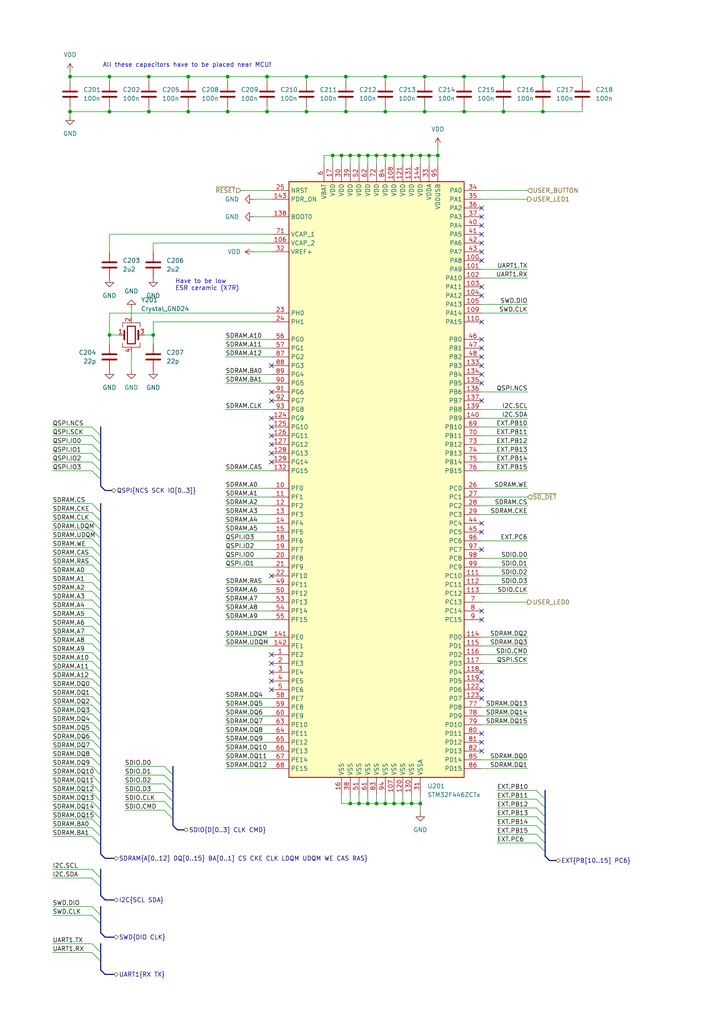
<source format=kicad_sch>
(kicad_sch (version 20211123) (generator eeschema)
  (paper "A4" portrait)
  (title_block (title "STLinux") (date "2022-11-10") (rev "1"))
  (lib_symbols
    (symbol "Device:C" (pin_numbers hide) (pin_names (offset 0.254))
      (property "Reference" "C" (at 0.635 2.54 0))
      (property "Value" "C" (at 0.635 -2.54 0))
      (symbol "C_0_1"
        (polyline (pts (xy -2.032 -0.762) (xy 2.032 -0.762)) (stroke (width 0.508)))
        (polyline (pts (xy -2.032 0.762) (xy 2.032 0.762)) (stroke (width 0.508)))
      )
      (symbol "C_1_1"
        (pin passive line (at 0 3.81 270) (length 2.794) (name "~") (number "1"))
        (pin passive line (at 0 -3.81 90) (length 2.794) (name "~") (number "2"))
      )
    )
    (symbol "Device:Crystal_GND24" (pin_names (offset 1.016) hide)
      (property "Reference" "Y" (at 3.175 5.08 0))
      (property "Value" "Crystal_GND24" (at 3.175 3.175 0))
      (symbol "Crystal_GND24_0_1"
        (rectangle (start -1.143 2.54) (end 1.143 -2.54) (stroke (width 0.3048)))
        (polyline (pts (xy -2.54 0) (xy -2.032 0)))
        (polyline (pts (xy -2.032 -1.27) (xy -2.032 1.27)) (stroke (width 0.508)))
        (polyline (pts (xy 0 -3.81) (xy 0 -3.556)))
        (polyline (pts (xy 0 3.556) (xy 0 3.81)))
        (polyline (pts (xy 2.032 -1.27) (xy 2.032 1.27)) (stroke (width 0.508)))
        (polyline (pts (xy 2.032 0) (xy 2.54 0)))
        (polyline (pts (xy -2.54 -2.286) (xy -2.54 -3.556) (xy 2.54 -3.556) (xy 2.54 -2.286)))
        (polyline (pts (xy -2.54 2.286) (xy -2.54 3.556) (xy 2.54 3.556) (xy 2.54 2.286)))
      )
      (symbol "Crystal_GND24_1_1"
        (pin passive line (at -3.81 0 0) (length 1.27) (name "1") (number "1"))
        (pin passive line (at 0 5.08 270) (length 1.27) (name "2") (number "2"))
        (pin passive line (at 3.81 0 180) (length 1.27) (name "3") (number "3"))
        (pin passive line (at 0 -5.08 90) (length 1.27) (name "4") (number "4"))
      )
    )
    (symbol "MCU_ST_STM32F4:STM32F446ZCTx"
      (property "Reference" "U" (at -25.4 87.63 0))
      (property "Value" "STM32F446ZCTx" (at 20.32 87.63 0))
      (symbol "STM32F446ZCTx_0_1"
        (rectangle (start -25.4 -86.36) (end 25.4 86.36) (stroke (width 0.254)) (fill (type background)))
      )
      (symbol "STM32F446ZCTx_1_1"
        (pin bidirectional line (at -30.48 -50.8 0) (length 5.08) (name "PE2") (number "1"))
        (pin bidirectional line (at -30.48 -2.54 0) (length 5.08) (name "PF0") (number "10"))
        (pin bidirectional line (at 30.48 63.5 180) (length 5.08) (name "PA8") (number "100"))
        (pin bidirectional line (at 30.48 60.96 180) (length 5.08) (name "PA9") (number "101"))
        (pin bidirectional line (at 30.48 58.42 180) (length 5.08) (name "PA10") (number "102"))
        (pin bidirectional line (at 30.48 55.88 180) (length 5.08) (name "PA11") (number "103"))
        (pin bidirectional line (at 30.48 53.34 180) (length 5.08) (name "PA12") (number "104"))
        (pin bidirectional line (at 30.48 50.8 180) (length 5.08) (name "PA13") (number "105"))
        (pin power_in line (at -30.48 68.58 0) (length 5.08) (name "VCAP_2") (number "106"))
        (pin power_in line (at 5.08 -91.44 90) (length 5.08) (name "VSS") (number "107"))
        (pin power_in line (at 5.08 91.44 270) (length 5.08) (name "VDD") (number "108"))
        (pin bidirectional line (at 30.48 48.26 180) (length 5.08) (name "PA14") (number "109"))
        (pin bidirectional line (at -30.48 -5.08 0) (length 5.08) (name "PF1") (number "11"))
        (pin bidirectional line (at 30.48 45.72 180) (length 5.08) (name "PA15") (number "110"))
        (pin bidirectional line (at 30.48 -27.94 180) (length 5.08) (name "PC10") (number "111"))
        (pin bidirectional line (at 30.48 -30.48 180) (length 5.08) (name "PC11") (number "112"))
        (pin bidirectional line (at 30.48 -33.02 180) (length 5.08) (name "PC12") (number "113"))
        (pin bidirectional line (at 30.48 -45.72 180) (length 5.08) (name "PD0") (number "114"))
        (pin bidirectional line (at 30.48 -48.26 180) (length 5.08) (name "PD1") (number "115"))
        (pin bidirectional line (at 30.48 -50.8 180) (length 5.08) (name "PD2") (number "116"))
        (pin bidirectional line (at 30.48 -53.34 180) (length 5.08) (name "PD3") (number "117"))
        (pin bidirectional line (at 30.48 -55.88 180) (length 5.08) (name "PD4") (number "118"))
        (pin bidirectional line (at 30.48 -58.42 180) (length 5.08) (name "PD5") (number "119"))
        (pin bidirectional line (at -30.48 -7.62 0) (length 5.08) (name "PF2") (number "12"))
        (pin power_in line (at 7.62 -91.44 90) (length 5.08) (name "VSS") (number "120"))
        (pin power_in line (at 7.62 91.44 270) (length 5.08) (name "VDD") (number "121"))
        (pin bidirectional line (at 30.48 -60.96 180) (length 5.08) (name "PD6") (number "122"))
        (pin bidirectional line (at 30.48 -63.5 180) (length 5.08) (name "PD7") (number "123"))
        (pin bidirectional line (at -30.48 17.78 0) (length 5.08) (name "PG9") (number "124"))
        (pin bidirectional line (at -30.48 15.24 0) (length 5.08) (name "PG10") (number "125"))
        (pin bidirectional line (at -30.48 12.7 0) (length 5.08) (name "PG11") (number "126"))
        (pin bidirectional line (at -30.48 10.16 0) (length 5.08) (name "PG12") (number "127"))
        (pin bidirectional line (at -30.48 7.62 0) (length 5.08) (name "PG13") (number "128"))
        (pin bidirectional line (at -30.48 5.08 0) (length 5.08) (name "PG14") (number "129"))
        (pin bidirectional line (at -30.48 -10.16 0) (length 5.08) (name "PF3") (number "13"))
        (pin power_in line (at 10.16 -91.44 90) (length 5.08) (name "VSS") (number "130"))
        (pin power_in line (at 10.16 91.44 270) (length 5.08) (name "VDD") (number "131"))
        (pin bidirectional line (at -30.48 2.54 0) (length 5.08) (name "PG15") (number "132"))
        (pin bidirectional line (at 30.48 33.02 180) (length 5.08) (name "PB3") (number "133"))
        (pin bidirectional line (at 30.48 30.48 180) (length 5.08) (name "PB4") (number "134"))
        (pin bidirectional line (at 30.48 27.94 180) (length 5.08) (name "PB5") (number "135"))
        (pin bidirectional line (at 30.48 25.4 180) (length 5.08) (name "PB6") (number "136"))
        (pin bidirectional line (at 30.48 22.86 180) (length 5.08) (name "PB7") (number "137"))
        (pin input line (at -30.48 76.2 0) (length 5.08) (name "BOOT0") (number "138"))
        (pin bidirectional line (at 30.48 20.32 180) (length 5.08) (name "PB8") (number "139"))
        (pin bidirectional line (at -30.48 -12.7 0) (length 5.08) (name "PF4") (number "14"))
        (pin bidirectional line (at 30.48 17.78 180) (length 5.08) (name "PB9") (number "140"))
        (pin bidirectional line (at -30.48 -45.72 0) (length 5.08) (name "PE0") (number "141"))
        (pin bidirectional line (at -30.48 -48.26 0) (length 5.08) (name "PE1") (number "142"))
        (pin input line (at -30.48 81.28 0) (length 5.08) (name "PDR_ON") (number "143"))
        (pin power_in line (at 12.7 91.44 270) (length 5.08) (name "VDD") (number "144"))
        (pin bidirectional line (at -30.48 -15.24 0) (length 5.08) (name "PF5") (number "15"))
        (pin power_in line (at -10.16 -91.44 90) (length 5.08) (name "VSS") (number "16"))
        (pin power_in line (at -12.7 91.44 270) (length 5.08) (name "VDD") (number "17"))
        (pin bidirectional line (at -30.48 -17.78 0) (length 5.08) (name "PF6") (number "18"))
        (pin bidirectional line (at -30.48 -20.32 0) (length 5.08) (name "PF7") (number "19"))
        (pin bidirectional line (at -30.48 -53.34 0) (length 5.08) (name "PE3") (number "2"))
        (pin bidirectional line (at -30.48 -22.86 0) (length 5.08) (name "PF8") (number "20"))
        (pin bidirectional line (at -30.48 -25.4 0) (length 5.08) (name "PF9") (number "21"))
        (pin bidirectional line (at -30.48 -27.94 0) (length 5.08) (name "PF10") (number "22"))
        (pin input line (at -30.48 48.26 0) (length 5.08) (name "PH0") (number "23"))
        (pin input line (at -30.48 45.72 0) (length 5.08) (name "PH1") (number "24"))
        (pin input line (at -30.48 83.82 0) (length 5.08) (name "NRST") (number "25"))
        (pin bidirectional line (at 30.48 -2.54 180) (length 5.08) (name "PC0") (number "26"))
        (pin bidirectional line (at 30.48 -5.08 180) (length 5.08) (name "PC1") (number "27"))
        (pin bidirectional line (at 30.48 -7.62 180) (length 5.08) (name "PC2") (number "28"))
        (pin bidirectional line (at 30.48 -10.16 180) (length 5.08) (name "PC3") (number "29"))
        (pin bidirectional line (at -30.48 -55.88 0) (length 5.08) (name "PE4") (number "3"))
        (pin power_in line (at -10.16 91.44 270) (length 5.08) (name "VDD") (number "30"))
        (pin power_in line (at 12.7 -91.44 90) (length 5.08) (name "VSSA") (number "31"))
        (pin power_in line (at -30.48 66.04 0) (length 5.08) (name "VREF+") (number "32"))
        (pin power_in line (at 15.24 91.44 270) (length 5.08) (name "VDDA") (number "33"))
        (pin bidirectional line (at 30.48 83.82 180) (length 5.08) (name "PA0") (number "34"))
        (pin bidirectional line (at 30.48 81.28 180) (length 5.08) (name "PA1") (number "35"))
        (pin bidirectional line (at 30.48 78.74 180) (length 5.08) (name "PA2") (number "36"))
        (pin bidirectional line (at 30.48 76.2 180) (length 5.08) (name "PA3") (number "37"))
        (pin power_in line (at -7.62 -91.44 90) (length 5.08) (name "VSS") (number "38"))
        (pin power_in line (at -7.62 91.44 270) (length 5.08) (name "VDD") (number "39"))
        (pin bidirectional line (at -30.48 -58.42 0) (length 5.08) (name "PE5") (number "4"))
        (pin bidirectional line (at 30.48 73.66 180) (length 5.08) (name "PA4") (number "40"))
        (pin bidirectional line (at 30.48 71.12 180) (length 5.08) (name "PA5") (number "41"))
        (pin bidirectional line (at 30.48 68.58 180) (length 5.08) (name "PA6") (number "42"))
        (pin bidirectional line (at 30.48 66.04 180) (length 5.08) (name "PA7") (number "43"))
        (pin bidirectional line (at 30.48 -12.7 180) (length 5.08) (name "PC4") (number "44"))
        (pin bidirectional line (at 30.48 -15.24 180) (length 5.08) (name "PC5") (number "45"))
        (pin bidirectional line (at 30.48 40.64 180) (length 5.08) (name "PB0") (number "46"))
        (pin bidirectional line (at 30.48 38.1 180) (length 5.08) (name "PB1") (number "47"))
        (pin bidirectional line (at 30.48 35.56 180) (length 5.08) (name "PB2") (number "48"))
        (pin bidirectional line (at -30.48 -30.48 0) (length 5.08) (name "PF11") (number "49"))
        (pin bidirectional line (at -30.48 -60.96 0) (length 5.08) (name "PE6") (number "5"))
        (pin bidirectional line (at -30.48 -33.02 0) (length 5.08) (name "PF12") (number "50"))
        (pin power_in line (at -5.08 -91.44 90) (length 5.08) (name "VSS") (number "51"))
        (pin power_in line (at -5.08 91.44 270) (length 5.08) (name "VDD") (number "52"))
        (pin bidirectional line (at -30.48 -35.56 0) (length 5.08) (name "PF13") (number "53"))
        (pin bidirectional line (at -30.48 -38.1 0) (length 5.08) (name "PF14") (number "54"))
        (pin bidirectional line (at -30.48 -40.64 0) (length 5.08) (name "PF15") (number "55"))
        (pin bidirectional line (at -30.48 40.64 0) (length 5.08) (name "PG0") (number "56"))
        (pin bidirectional line (at -30.48 38.1 0) (length 5.08) (name "PG1") (number "57"))
        (pin bidirectional line (at -30.48 -63.5 0) (length 5.08) (name "PE7") (number "58"))
        (pin bidirectional line (at -30.48 -66.04 0) (length 5.08) (name "PE8") (number "59"))
        (pin power_in line (at -15.24 91.44 270) (length 5.08) (name "VBAT") (number "6"))
        (pin bidirectional line (at -30.48 -68.58 0) (length 5.08) (name "PE9") (number "60"))
        (pin power_in line (at -2.54 -91.44 90) (length 5.08) (name "VSS") (number "61"))
        (pin power_in line (at -2.54 91.44 270) (length 5.08) (name "VDD") (number "62"))
        (pin bidirectional line (at -30.48 -71.12 0) (length 5.08) (name "PE10") (number "63"))
        (pin bidirectional line (at -30.48 -73.66 0) (length 5.08) (name "PE11") (number "64"))
        (pin bidirectional line (at -30.48 -76.2 0) (length 5.08) (name "PE12") (number "65"))
        (pin bidirectional line (at -30.48 -78.74 0) (length 5.08) (name "PE13") (number "66"))
        (pin bidirectional line (at -30.48 -81.28 0) (length 5.08) (name "PE14") (number "67"))
        (pin bidirectional line (at -30.48 -83.82 0) (length 5.08) (name "PE15") (number "68"))
        (pin bidirectional line (at 30.48 15.24 180) (length 5.08) (name "PB10") (number "69"))
        (pin bidirectional line (at 30.48 -35.56 180) (length 5.08) (name "PC13") (number "7"))
        (pin bidirectional line (at 30.48 12.7 180) (length 5.08) (name "PB11") (number "70"))
        (pin power_in line (at -30.48 71.12 0) (length 5.08) (name "VCAP_1") (number "71"))
        (pin power_in line (at 0 91.44 270) (length 5.08) (name "VDD") (number "72"))
        (pin bidirectional line (at 30.48 10.16 180) (length 5.08) (name "PB12") (number "73"))
        (pin bidirectional line (at 30.48 7.62 180) (length 5.08) (name "PB13") (number "74"))
        (pin bidirectional line (at 30.48 5.08 180) (length 5.08) (name "PB14") (number "75"))
        (pin bidirectional line (at 30.48 2.54 180) (length 5.08) (name "PB15") (number "76"))
        (pin bidirectional line (at 30.48 -66.04 180) (length 5.08) (name "PD8") (number "77"))
        (pin bidirectional line (at 30.48 -68.58 180) (length 5.08) (name "PD9") (number "78"))
        (pin bidirectional line (at 30.48 -71.12 180) (length 5.08) (name "PD10") (number "79"))
        (pin bidirectional line (at 30.48 -38.1 180) (length 5.08) (name "PC14") (number "8"))
        (pin bidirectional line (at 30.48 -73.66 180) (length 5.08) (name "PD11") (number "80"))
        (pin bidirectional line (at 30.48 -76.2 180) (length 5.08) (name "PD12") (number "81"))
        (pin bidirectional line (at 30.48 -78.74 180) (length 5.08) (name "PD13") (number "82"))
        (pin power_in line (at 0 -91.44 90) (length 5.08) (name "VSS") (number "83"))
        (pin power_in line (at 2.54 91.44 270) (length 5.08) (name "VDD") (number "84"))
        (pin bidirectional line (at 30.48 -81.28 180) (length 5.08) (name "PD14") (number "85"))
        (pin bidirectional line (at 30.48 -83.82 180) (length 5.08) (name "PD15") (number "86"))
        (pin bidirectional line (at -30.48 35.56 0) (length 5.08) (name "PG2") (number "87"))
        (pin bidirectional line (at -30.48 33.02 0) (length 5.08) (name "PG3") (number "88"))
        (pin bidirectional line (at -30.48 30.48 0) (length 5.08) (name "PG4") (number "89"))
        (pin bidirectional line (at 30.48 -40.64 180) (length 5.08) (name "PC15") (number "9"))
        (pin bidirectional line (at -30.48 27.94 0) (length 5.08) (name "PG5") (number "90"))
        (pin bidirectional line (at -30.48 25.4 0) (length 5.08) (name "PG6") (number "91"))
        (pin bidirectional line (at -30.48 22.86 0) (length 5.08) (name "PG7") (number "92"))
        (pin bidirectional line (at -30.48 20.32 0) (length 5.08) (name "PG8") (number "93"))
        (pin power_in line (at 2.54 -91.44 90) (length 5.08) (name "VSS") (number "94"))
        (pin power_in line (at 17.78 91.44 270) (length 5.08) (name "VDDUSB") (number "95"))
        (pin bidirectional line (at 30.48 -17.78 180) (length 5.08) (name "PC6") (number "96"))
        (pin bidirectional line (at 30.48 -20.32 180) (length 5.08) (name "PC7") (number "97"))
        (pin bidirectional line (at 30.48 -22.86 180) (length 5.08) (name "PC8") (number "98"))
        (pin bidirectional line (at 30.48 -25.4 180) (length 5.08) (name "PC9") (number "99"))
      )
    )
    (symbol "power:GND" (power) (pin_names (offset 0))
      (property "Value" "GND" (at 0 -3.81 0))
      (symbol "GND_0_1"
        (polyline (pts (xy 0 0) (xy 0 -1.27) (xy 1.27 -1.27) (xy 0 -2.54) (xy -1.27 -1.27) (xy 0 -1.27)))
      )
      (symbol "GND_1_1"
        (pin power_in line (at 0 0 270) (length 0) hide (name "GND") (number "1"))
      )
    )
    (symbol "power:VDD" (power) (pin_names (offset 0))
      (property "Value" "VDD" (at 0 3.81 0))
      (symbol "VDD_0_1"
        (polyline (pts (xy -0.762 1.27) (xy 0 2.54)))
        (polyline (pts (xy 0 0) (xy 0 2.54)))
        (polyline (pts (xy 0 2.54) (xy 0.762 1.27)))
      )
      (symbol "VDD_1_1"
        (pin power_in line (at 0 0 90) (length 0) hide (name "VDD") (number "1"))
      )
    )
  )
  (junction (at 111.76 233.045))
  (junction (at 119.38 233.045))
  (junction (at 54.61 22.225))
  (junction (at 31.75 32.385))
  (junction (at 101.6 45.085))
  (junction (at 77.47 22.225))
  (junction (at 111.76 22.225))
  (junction (at 157.48 22.225))
  (junction (at 66.04 32.385))
  (junction (at 99.06 45.085))
  (junction (at 101.6 233.045))
  (junction (at 123.19 32.385))
  (junction (at 96.52 45.085))
  (junction (at 20.32 22.225))
  (junction (at 66.04 22.225))
  (junction (at 31.75 97.155))
  (junction (at 134.62 22.225))
  (junction (at 43.18 32.385))
  (junction (at 106.68 233.045))
  (junction (at 157.48 32.385))
  (junction (at 77.47 32.385))
  (junction (at 100.33 32.385))
  (junction (at 88.9 32.385))
  (junction (at 104.14 233.045))
  (junction (at 43.18 22.225))
  (junction (at 146.05 32.385))
  (junction (at 109.22 233.045))
  (junction (at 116.84 233.045))
  (junction (at 121.92 45.085))
  (junction (at 104.14 45.085))
  (junction (at 127 45.085))
  (junction (at 146.05 22.225))
  (junction (at 44.45 97.155))
  (junction (at 109.22 45.085))
  (junction (at 88.9 22.225))
  (junction (at 54.61 32.385))
  (junction (at 20.32 32.385))
  (junction (at 123.19 22.225))
  (junction (at 114.3 233.045))
  (junction (at 111.76 32.385))
  (junction (at 106.68 45.085))
  (junction (at 124.46 45.085))
  (junction (at 121.92 233.045))
  (junction (at 100.33 22.225))
  (junction (at 114.3 45.085))
  (junction (at 116.84 45.085))
  (junction (at 134.62 32.385))
  (junction (at 119.38 45.085))
  (junction (at 111.76 45.085))
  (junction (at 31.75 22.225))
  (no_connect (at 78.74 123.825))
  (no_connect (at 78.74 133.985))
  (no_connect (at 78.74 189.865))
  (no_connect (at 139.7 103.505))
  (no_connect (at 139.7 65.405))
  (no_connect (at 139.7 179.705))
  (no_connect (at 139.7 62.865))
  (no_connect (at 139.7 67.945))
  (no_connect (at 139.7 116.205))
  (no_connect (at 139.7 85.725))
  (no_connect (at 139.7 106.045))
  (no_connect (at 78.74 113.665))
  (no_connect (at 78.74 128.905))
  (no_connect (at 139.7 108.585))
  (no_connect (at 78.74 121.285))
  (no_connect (at 139.7 83.185))
  (no_connect (at 139.7 100.965))
  (no_connect (at 139.7 75.565))
  (no_connect (at 78.74 116.205))
  (no_connect (at 139.7 200.025))
  (no_connect (at 139.7 217.805))
  (no_connect (at 78.74 194.945))
  (no_connect (at 139.7 98.425))
  (no_connect (at 139.7 111.125))
  (no_connect (at 78.74 126.365))
  (no_connect (at 78.74 192.405))
  (no_connect (at 139.7 151.765))
  (no_connect (at 139.7 93.345))
  (no_connect (at 139.7 177.165))
  (no_connect (at 78.74 197.485))
  (no_connect (at 139.7 159.385))
  (no_connect (at 139.7 70.485))
  (no_connect (at 78.74 106.045))
  (no_connect (at 139.7 202.565))
  (no_connect (at 78.74 200.025))
  (no_connect (at 139.7 194.945))
  (no_connect (at 139.7 215.265))
  (no_connect (at 139.7 73.025))
  (no_connect (at 78.74 131.445))
  (no_connect (at 139.7 197.485))
  (no_connect (at 139.7 154.305))
  (no_connect (at 139.7 60.325))
  (no_connect (at 139.7 212.725))
  (no_connect (at 78.74 167.005))
  (bus_entry (at 26.67 191.77) (size 2.54 2.54))
  (bus_entry (at 26.67 227.33) (size 2.54 2.54))
  (bus_entry (at 155.575 236.855) (size 2.54 2.54))
  (bus_entry (at 26.67 222.25) (size 2.54 2.54))
  (bus_entry (at 26.67 217.17) (size 2.54 2.54))
  (bus_entry (at 26.67 181.61) (size 2.54 2.54))
  (bus_entry (at 26.67 229.87) (size 2.54 2.54))
  (bus_entry (at 155.575 241.935) (size 2.54 2.54))
  (bus_entry (at 26.67 168.91) (size 2.54 2.54))
  (bus_entry (at 155.575 244.475) (size 2.54 2.54))
  (bus_entry (at 26.67 194.31) (size 2.54 2.54))
  (bus_entry (at 26.67 232.41) (size 2.54 2.54))
  (bus_entry (at 26.67 242.57) (size 2.54 2.54))
  (bus_entry (at 26.67 254.635) (size 2.54 2.54))
  (bus_entry (at 26.67 204.47) (size 2.54 2.54))
  (bus_entry (at 26.67 224.79) (size 2.54 2.54))
  (bus_entry (at 155.575 229.235) (size 2.54 2.54))
  (bus_entry (at 26.67 176.53) (size 2.54 2.54))
  (bus_entry (at 26.67 163.83) (size 2.54 2.54))
  (bus_entry (at 26.67 252.095) (size 2.54 2.54))
  (bus_entry (at 26.67 173.99) (size 2.54 2.54))
  (bus_entry (at 26.67 184.15) (size 2.54 2.54))
  (bus_entry (at 26.67 161.29) (size 2.54 2.54))
  (bus_entry (at 47.625 227.33) (size 2.54 2.54))
  (bus_entry (at 26.67 209.55) (size 2.54 2.54))
  (bus_entry (at 155.575 231.775) (size 2.54 2.54))
  (bus_entry (at 26.67 153.67) (size 2.54 2.54))
  (bus_entry (at 26.67 276.225) (size 2.54 2.54))
  (bus_entry (at 26.67 219.71) (size 2.54 2.54))
  (bus_entry (at 26.67 240.03) (size 2.54 2.54))
  (bus_entry (at 26.67 201.93) (size 2.54 2.54))
  (bus_entry (at 47.625 224.79) (size 2.54 2.54))
  (bus_entry (at 47.625 234.95) (size 2.54 2.54))
  (bus_entry (at 155.575 239.395) (size 2.54 2.54))
  (bus_entry (at 26.67 196.85) (size 2.54 2.54))
  (bus_entry (at 26.67 158.75) (size 2.54 2.54))
  (bus_entry (at 155.575 234.315) (size 2.54 2.54))
  (bus_entry (at 26.67 133.985) (size 2.54 2.54))
  (bus_entry (at 26.67 179.07) (size 2.54 2.54))
  (bus_entry (at 26.67 151.13) (size 2.54 2.54))
  (bus_entry (at 26.67 166.37) (size 2.54 2.54))
  (bus_entry (at 26.67 146.05) (size 2.54 2.54))
  (bus_entry (at 26.67 148.59) (size 2.54 2.54))
  (bus_entry (at 29.21 126.365) (size -2.54 -2.54))
  (bus_entry (at 26.67 156.21) (size 2.54 2.54))
  (bus_entry (at 47.625 222.25) (size 2.54 2.54))
  (bus_entry (at 26.67 207.01) (size 2.54 2.54))
  (bus_entry (at 26.67 199.39) (size 2.54 2.54))
  (bus_entry (at 26.67 136.525) (size 2.54 2.54))
  (bus_entry (at 26.67 265.43) (size 2.54 2.54))
  (bus_entry (at 26.67 214.63) (size 2.54 2.54))
  (bus_entry (at 26.67 262.89) (size 2.54 2.54))
  (bus_entry (at 26.67 186.69) (size 2.54 2.54))
  (bus_entry (at 47.625 232.41) (size 2.54 2.54))
  (bus_entry (at 26.67 273.685) (size 2.54 2.54))
  (bus_entry (at 26.67 237.49) (size 2.54 2.54))
  (bus_entry (at 29.21 128.905) (size -2.54 -2.54))
  (bus_entry (at 26.67 128.905) (size 2.54 2.54))
  (bus_entry (at 26.67 131.445) (size 2.54 2.54))
  (bus_entry (at 26.67 171.45) (size 2.54 2.54))
  (bus_entry (at 26.67 234.95) (size 2.54 2.54))
  (bus_entry (at 26.67 212.09) (size 2.54 2.54))
  (bus_entry (at 26.67 189.23) (size 2.54 2.54))
  (bus_entry (at 47.625 229.87) (size 2.54 2.54))
  (wire (pts (xy 139.7 169.545) (xy 153.035 169.545)))
  (wire (pts (xy 15.24 227.33) (xy 26.67 227.33)))
  (wire (pts (xy 15.24 191.77) (xy 26.67 191.77)))
  (bus (pts (xy 30.48 282.575) (xy 33.02 282.575)))
  (wire (pts (xy 139.7 55.245) (xy 153.035 55.245)))
  (wire (pts (xy 111.76 230.505) (xy 111.76 233.045)))
  (wire (pts (xy 65.405 212.725) (xy 78.74 212.725)))
  (wire (pts (xy 15.24 234.95) (xy 26.67 234.95)))
  (wire (pts (xy 123.19 22.225) (xy 123.19 23.495)))
  (wire (pts (xy 116.84 230.505) (xy 116.84 233.045)))
  (wire (pts (xy 139.7 187.325) (xy 153.035 187.325)))
  (wire (pts (xy 100.33 22.225) (xy 111.76 22.225)))
  (wire (pts (xy 15.24 212.09) (xy 26.67 212.09)))
  (wire (pts (xy 66.04 32.385) (xy 77.47 32.385)))
  (wire (pts (xy 139.7 131.445) (xy 153.035 131.445)))
  (wire (pts (xy 124.46 45.085) (xy 124.46 47.625)))
  (wire (pts (xy 15.24 262.89) (xy 26.67 262.89)))
  (wire (pts (xy 26.67 153.67) (xy 15.24 153.67)))
  (bus (pts (xy 29.21 153.67) (xy 29.21 156.21)))
  (wire (pts (xy 100.33 32.385) (xy 111.76 32.385)))
  (bus (pts (xy 29.21 191.77) (xy 29.21 194.31)))
  (bus (pts (xy 29.21 176.53) (xy 29.21 179.07)))
  (wire (pts (xy 146.05 31.115) (xy 146.05 32.385)))
  (wire (pts (xy 139.7 88.265) (xy 153.035 88.265)))
  (wire (pts (xy 36.195 234.95) (xy 47.625 234.95)))
  (wire (pts (xy 139.7 128.905) (xy 153.035 128.905)))
  (wire (pts (xy 139.7 156.845) (xy 153.035 156.845)))
  (wire (pts (xy 65.405 202.565) (xy 78.74 202.565)))
  (wire (pts (xy 96.52 45.085) (xy 99.06 45.085)))
  (bus (pts (xy 158.115 236.855) (xy 158.115 239.395)))
  (wire (pts (xy 101.6 230.505) (xy 101.6 233.045)))
  (wire (pts (xy 109.22 45.085) (xy 111.76 45.085)))
  (bus (pts (xy 158.115 248.285) (xy 159.385 249.555)))
  (wire (pts (xy 116.84 45.085) (xy 119.38 45.085)))
  (bus (pts (xy 29.21 234.95) (xy 29.21 237.49)))
  (bus (pts (xy 29.21 245.11) (xy 29.21 247.65)))
  (bus (pts (xy 29.21 207.01) (xy 29.21 209.55)))
  (bus (pts (xy 50.165 229.87) (xy 50.165 232.41)))
  (wire (pts (xy 157.48 32.385) (xy 168.91 32.385)))
  (bus (pts (xy 29.21 199.39) (xy 29.21 201.93)))
  (wire (pts (xy 144.145 239.395) (xy 155.575 239.395)))
  (bus (pts (xy 29.21 227.33) (xy 29.21 229.87)))
  (bus (pts (xy 29.21 270.51) (xy 30.48 271.78)))
  (wire (pts (xy 36.195 232.41) (xy 47.625 232.41)))
  (wire (pts (xy 26.67 156.21) (xy 15.24 156.21)))
  (wire (pts (xy 104.14 45.085) (xy 106.68 45.085)))
  (wire (pts (xy 78.74 67.945) (xy 31.75 67.945)))
  (wire (pts (xy 65.405 184.785) (xy 78.74 184.785)))
  (wire (pts (xy 43.18 22.225) (xy 54.61 22.225)))
  (wire (pts (xy 157.48 22.225) (xy 157.48 23.495)))
  (bus (pts (xy 29.21 254.635) (xy 29.21 257.175)))
  (wire (pts (xy 139.7 167.005) (xy 153.035 167.005)))
  (wire (pts (xy 134.62 32.385) (xy 146.05 32.385)))
  (wire (pts (xy 144.145 244.475) (xy 155.575 244.475)))
  (wire (pts (xy 15.24 136.525) (xy 26.67 136.525)))
  (wire (pts (xy 15.24 146.05) (xy 26.67 146.05)))
  (bus (pts (xy 29.21 171.45) (xy 29.21 173.99)))
  (wire (pts (xy 106.68 45.085) (xy 109.22 45.085)))
  (bus (pts (xy 29.21 139.065) (xy 29.21 140.97)))
  (wire (pts (xy 134.62 31.115) (xy 134.62 32.385)))
  (bus (pts (xy 158.115 247.015) (xy 158.115 248.285)))
  (bus (pts (xy 29.21 186.69) (xy 29.21 189.23)))
  (wire (pts (xy 15.24 176.53) (xy 26.67 176.53)))
  (wire (pts (xy 20.32 31.115) (xy 20.32 32.385)))
  (wire (pts (xy 73.66 73.025) (xy 78.74 73.025)))
  (wire (pts (xy 26.67 151.13) (xy 15.24 151.13)))
  (bus (pts (xy 159.385 249.555) (xy 161.29 249.555)))
  (bus (pts (xy 158.115 231.775) (xy 158.115 234.315)))
  (wire (pts (xy 121.92 45.085) (xy 124.46 45.085)))
  (wire (pts (xy 15.24 181.61) (xy 26.67 181.61)))
  (wire (pts (xy 43.18 31.115) (xy 43.18 32.385)))
  (wire (pts (xy 111.76 233.045) (xy 114.3 233.045)))
  (bus (pts (xy 29.21 273.685) (xy 29.21 276.225)))
  (wire (pts (xy 65.405 146.685) (xy 78.74 146.685)))
  (wire (pts (xy 65.405 108.585) (xy 78.74 108.585)))
  (bus (pts (xy 51.435 240.665) (xy 53.34 240.665)))
  (wire (pts (xy 157.48 31.115) (xy 157.48 32.385)))
  (wire (pts (xy 66.04 31.115) (xy 66.04 32.385)))
  (wire (pts (xy 15.24 273.685) (xy 26.67 273.685)))
  (wire (pts (xy 139.7 210.185) (xy 153.035 210.185)))
  (wire (pts (xy 139.7 146.685) (xy 153.035 146.685)))
  (wire (pts (xy 99.06 45.085) (xy 99.06 47.625)))
  (wire (pts (xy 139.7 222.885) (xy 153.035 222.885)))
  (bus (pts (xy 29.21 217.17) (xy 29.21 219.71)))
  (wire (pts (xy 139.7 189.865) (xy 153.035 189.865)))
  (wire (pts (xy 139.7 121.285) (xy 153.035 121.285)))
  (wire (pts (xy 106.68 230.505) (xy 106.68 233.045)))
  (bus (pts (xy 29.21 229.87) (xy 29.21 232.41)))
  (wire (pts (xy 44.45 70.485) (xy 44.45 73.025)))
  (wire (pts (xy 78.74 70.485) (xy 44.45 70.485)))
  (wire (pts (xy 65.405 222.885) (xy 78.74 222.885)))
  (bus (pts (xy 50.165 222.25) (xy 50.165 224.79)))
  (wire (pts (xy 44.45 93.345) (xy 78.74 93.345)))
  (wire (pts (xy 15.24 214.63) (xy 26.67 214.63)))
  (wire (pts (xy 121.92 45.085) (xy 121.92 47.625)))
  (wire (pts (xy 36.195 224.79) (xy 47.625 224.79)))
  (wire (pts (xy 65.405 174.625) (xy 78.74 174.625)))
  (bus (pts (xy 29.21 148.59) (xy 29.21 151.13)))
  (wire (pts (xy 15.24 186.69) (xy 26.67 186.69)))
  (wire (pts (xy 26.67 161.29) (xy 15.24 161.29)))
  (wire (pts (xy 38.1 102.235) (xy 38.1 107.315)))
  (wire (pts (xy 15.24 209.55) (xy 26.67 209.55)))
  (wire (pts (xy 77.47 31.115) (xy 77.47 32.385)))
  (wire (pts (xy 65.405 111.125) (xy 78.74 111.125)))
  (wire (pts (xy 77.47 32.385) (xy 88.9 32.385)))
  (bus (pts (xy 29.21 257.175) (xy 29.21 259.715)))
  (wire (pts (xy 65.405 164.465) (xy 78.74 164.465)))
  (wire (pts (xy 121.92 233.045) (xy 121.92 235.585)))
  (wire (pts (xy 88.9 22.225) (xy 88.9 23.495)))
  (wire (pts (xy 65.405 118.745) (xy 78.74 118.745)))
  (wire (pts (xy 101.6 45.085) (xy 104.14 45.085)))
  (wire (pts (xy 20.32 32.385) (xy 20.32 33.655)))
  (wire (pts (xy 15.24 133.985) (xy 26.67 133.985)))
  (wire (pts (xy 31.75 22.225) (xy 43.18 22.225)))
  (bus (pts (xy 29.21 222.25) (xy 29.21 224.79)))
  (bus (pts (xy 29.21 126.365) (xy 29.21 128.905)))
  (wire (pts (xy 65.405 177.165) (xy 78.74 177.165)))
  (wire (pts (xy 65.405 156.845) (xy 78.74 156.845)))
  (wire (pts (xy 101.6 233.045) (xy 104.14 233.045)))
  (wire (pts (xy 26.67 148.59) (xy 15.24 148.59)))
  (bus (pts (xy 158.115 234.315) (xy 158.115 236.855)))
  (wire (pts (xy 26.67 163.83) (xy 15.24 163.83)))
  (wire (pts (xy 119.38 45.085) (xy 121.92 45.085)))
  (wire (pts (xy 31.75 31.115) (xy 31.75 32.385)))
  (wire (pts (xy 65.405 172.085) (xy 78.74 172.085)))
  (wire (pts (xy 111.76 45.085) (xy 111.76 47.625)))
  (wire (pts (xy 65.405 207.645) (xy 78.74 207.645)))
  (bus (pts (xy 158.115 244.475) (xy 158.115 247.015)))
  (bus (pts (xy 29.21 237.49) (xy 29.21 240.03)))
  (wire (pts (xy 139.7 164.465) (xy 153.035 164.465)))
  (wire (pts (xy 134.62 22.225) (xy 134.62 23.495)))
  (bus (pts (xy 50.165 239.395) (xy 51.435 240.665)))
  (bus (pts (xy 50.165 237.49) (xy 50.165 239.395)))
  (wire (pts (xy 65.405 144.145) (xy 78.74 144.145)))
  (wire (pts (xy 144.145 234.315) (xy 155.575 234.315)))
  (wire (pts (xy 31.75 32.385) (xy 43.18 32.385)))
  (wire (pts (xy 77.47 22.225) (xy 77.47 23.495)))
  (wire (pts (xy 65.405 154.305) (xy 78.74 154.305)))
  (wire (pts (xy 100.33 22.225) (xy 100.33 23.495)))
  (bus (pts (xy 29.21 252.095) (xy 29.21 254.635)))
  (wire (pts (xy 127 42.545) (xy 127 45.085)))
  (wire (pts (xy 15.24 237.49) (xy 26.67 237.49)))
  (bus (pts (xy 29.21 151.13) (xy 29.21 153.67)))
  (wire (pts (xy 88.9 32.385) (xy 100.33 32.385)))
  (wire (pts (xy 31.75 99.695) (xy 31.75 97.155)))
  (wire (pts (xy 139.7 126.365) (xy 153.035 126.365)))
  (wire (pts (xy 15.24 242.57) (xy 26.67 242.57)))
  (wire (pts (xy 65.405 98.425) (xy 78.74 98.425)))
  (wire (pts (xy 139.7 184.785) (xy 153.035 184.785)))
  (bus (pts (xy 29.21 214.63) (xy 29.21 217.17)))
  (bus (pts (xy 29.21 276.225) (xy 29.21 278.765)))
  (wire (pts (xy 54.61 32.385) (xy 66.04 32.385)))
  (wire (pts (xy 139.7 133.985) (xy 153.035 133.985)))
  (wire (pts (xy 31.75 97.155) (xy 34.29 97.155)))
  (bus (pts (xy 30.48 142.24) (xy 32.385 142.24)))
  (wire (pts (xy 139.7 113.665) (xy 153.035 113.665)))
  (wire (pts (xy 15.24 265.43) (xy 26.67 265.43)))
  (wire (pts (xy 69.85 55.245) (xy 78.74 55.245)))
  (wire (pts (xy 139.7 90.805) (xy 153.035 90.805)))
  (wire (pts (xy 123.19 31.115) (xy 123.19 32.385)))
  (wire (pts (xy 15.24 276.225) (xy 26.67 276.225)))
  (wire (pts (xy 77.47 22.225) (xy 88.9 22.225)))
  (wire (pts (xy 109.22 45.085) (xy 109.22 47.625)))
  (wire (pts (xy 15.24 252.095) (xy 26.67 252.095)))
  (wire (pts (xy 65.405 161.925) (xy 78.74 161.925)))
  (wire (pts (xy 73.66 62.865) (xy 78.74 62.865)))
  (wire (pts (xy 44.45 97.155) (xy 44.45 93.345)))
  (wire (pts (xy 104.14 233.045) (xy 106.68 233.045)))
  (wire (pts (xy 65.405 136.525) (xy 78.74 136.525)))
  (wire (pts (xy 99.06 233.045) (xy 101.6 233.045)))
  (wire (pts (xy 15.24 173.99) (xy 26.67 173.99)))
  (bus (pts (xy 50.165 232.41) (xy 50.165 234.95)))
  (bus (pts (xy 30.48 260.985) (xy 33.02 260.985)))
  (bus (pts (xy 29.21 163.83) (xy 29.21 166.37)))
  (wire (pts (xy 104.14 45.085) (xy 104.14 47.625)))
  (bus (pts (xy 29.21 281.305) (xy 30.48 282.575)))
  (wire (pts (xy 65.405 210.185) (xy 78.74 210.185)))
  (bus (pts (xy 29.21 240.03) (xy 29.21 242.57)))
  (wire (pts (xy 15.24 201.93) (xy 26.67 201.93)))
  (wire (pts (xy 65.405 151.765) (xy 78.74 151.765)))
  (wire (pts (xy 65.405 220.345) (xy 78.74 220.345)))
  (bus (pts (xy 29.21 196.85) (xy 29.21 199.39)))
  (wire (pts (xy 15.24 222.25) (xy 26.67 222.25)))
  (wire (pts (xy 111.76 22.225) (xy 111.76 23.495)))
  (wire (pts (xy 127 45.085) (xy 127 47.625)))
  (wire (pts (xy 15.24 217.17) (xy 26.67 217.17)))
  (wire (pts (xy 36.195 229.87) (xy 47.625 229.87)))
  (bus (pts (xy 29.21 209.55) (xy 29.21 212.09)))
  (bus (pts (xy 30.48 271.78) (xy 33.02 271.78)))
  (wire (pts (xy 144.145 229.235) (xy 155.575 229.235)))
  (bus (pts (xy 29.21 123.825) (xy 29.21 126.365)))
  (wire (pts (xy 65.405 215.265) (xy 78.74 215.265)))
  (wire (pts (xy 106.68 45.085) (xy 106.68 47.625)))
  (wire (pts (xy 44.45 99.695) (xy 44.45 97.155)))
  (wire (pts (xy 15.24 168.91) (xy 26.67 168.91)))
  (wire (pts (xy 119.38 45.085) (xy 119.38 47.625)))
  (wire (pts (xy 139.7 172.085) (xy 153.035 172.085)))
  (bus (pts (xy 29.21 184.15) (xy 29.21 186.69)))
  (wire (pts (xy 146.05 22.225) (xy 157.48 22.225)))
  (bus (pts (xy 29.21 173.99) (xy 29.21 176.53)))
  (wire (pts (xy 139.7 207.645) (xy 153.035 207.645)))
  (wire (pts (xy 15.24 179.07) (xy 26.67 179.07)))
  (wire (pts (xy 65.405 217.805) (xy 78.74 217.805)))
  (wire (pts (xy 111.76 31.115) (xy 111.76 32.385)))
  (bus (pts (xy 158.115 239.395) (xy 158.115 241.935)))
  (wire (pts (xy 65.405 205.105) (xy 78.74 205.105)))
  (wire (pts (xy 20.32 22.225) (xy 31.75 22.225)))
  (wire (pts (xy 65.405 149.225) (xy 78.74 149.225)))
  (wire (pts (xy 99.06 230.505) (xy 99.06 233.045)))
  (bus (pts (xy 29.21 168.91) (xy 29.21 171.45)))
  (bus (pts (xy 50.165 234.95) (xy 50.165 237.49)))
  (wire (pts (xy 139.7 136.525) (xy 153.035 136.525)))
  (wire (pts (xy 139.7 174.625) (xy 153.035 174.625)))
  (wire (pts (xy 15.24 126.365) (xy 26.67 126.365)))
  (wire (pts (xy 144.145 241.935) (xy 155.575 241.935)))
  (bus (pts (xy 50.165 224.79) (xy 50.165 227.33)))
  (wire (pts (xy 109.22 233.045) (xy 111.76 233.045)))
  (wire (pts (xy 20.32 32.385) (xy 31.75 32.385)))
  (wire (pts (xy 20.32 20.955) (xy 20.32 22.225)))
  (wire (pts (xy 121.92 230.505) (xy 121.92 233.045)))
  (wire (pts (xy 111.76 22.225) (xy 123.19 22.225)))
  (bus (pts (xy 29.21 204.47) (xy 29.21 207.01)))
  (bus (pts (xy 29.21 156.21) (xy 29.21 158.75)))
  (bus (pts (xy 29.21 194.31) (xy 29.21 196.85)))
  (wire (pts (xy 15.24 196.85) (xy 26.67 196.85)))
  (wire (pts (xy 15.24 171.45) (xy 26.67 171.45)))
  (wire (pts (xy 116.84 233.045) (xy 119.38 233.045)))
  (wire (pts (xy 15.24 240.03) (xy 26.67 240.03)))
  (wire (pts (xy 15.24 254.635) (xy 26.67 254.635)))
  (bus (pts (xy 29.21 161.29) (xy 29.21 163.83)))
  (wire (pts (xy 99.06 45.085) (xy 101.6 45.085)))
  (bus (pts (xy 29.21 140.97) (xy 30.48 142.24)))
  (bus (pts (xy 29.21 128.905) (xy 29.21 131.445)))
  (wire (pts (xy 139.7 161.925) (xy 153.035 161.925)))
  (wire (pts (xy 139.7 78.105) (xy 153.035 78.105)))
  (wire (pts (xy 20.32 23.495) (xy 20.32 22.225)))
  (wire (pts (xy 31.75 90.805) (xy 78.74 90.805)))
  (wire (pts (xy 54.61 22.225) (xy 66.04 22.225)))
  (wire (pts (xy 96.52 45.085) (xy 96.52 47.625)))
  (wire (pts (xy 168.91 22.225) (xy 168.91 23.495)))
  (bus (pts (xy 29.21 242.57) (xy 29.21 245.11)))
  (wire (pts (xy 123.19 22.225) (xy 134.62 22.225)))
  (wire (pts (xy 111.76 32.385) (xy 123.19 32.385)))
  (wire (pts (xy 15.24 123.825) (xy 26.67 123.825)))
  (wire (pts (xy 100.33 31.115) (xy 100.33 32.385)))
  (wire (pts (xy 15.24 199.39) (xy 26.67 199.39)))
  (bus (pts (xy 29.21 136.525) (xy 29.21 139.065)))
  (bus (pts (xy 158.115 241.935) (xy 158.115 244.475)))
  (bus (pts (xy 29.21 166.37) (xy 29.21 168.91)))
  (wire (pts (xy 38.1 89.535) (xy 38.1 92.075)))
  (wire (pts (xy 144.145 236.855) (xy 155.575 236.855)))
  (wire (pts (xy 43.18 32.385) (xy 54.61 32.385)))
  (wire (pts (xy 157.48 22.225) (xy 168.91 22.225)))
  (wire (pts (xy 65.405 179.705) (xy 78.74 179.705)))
  (bus (pts (xy 29.21 189.23) (xy 29.21 191.77)))
  (wire (pts (xy 139.7 141.605) (xy 153.035 141.605)))
  (wire (pts (xy 15.24 219.71) (xy 26.67 219.71)))
  (wire (pts (xy 139.7 220.345) (xy 153.035 220.345)))
  (wire (pts (xy 114.3 45.085) (xy 116.84 45.085)))
  (bus (pts (xy 29.21 247.65) (xy 30.48 248.92)))
  (bus (pts (xy 29.21 259.715) (xy 30.48 260.985)))
  (bus (pts (xy 29.21 146.05) (xy 29.21 148.59)))
  (wire (pts (xy 139.7 118.745) (xy 153.035 118.745)))
  (wire (pts (xy 65.405 187.325) (xy 78.74 187.325)))
  (bus (pts (xy 158.115 229.235) (xy 158.115 231.775)))
  (wire (pts (xy 114.3 230.505) (xy 114.3 233.045)))
  (wire (pts (xy 65.405 159.385) (xy 78.74 159.385)))
  (wire (pts (xy 119.38 233.045) (xy 121.92 233.045)))
  (bus (pts (xy 29.21 179.07) (xy 29.21 181.61)))
  (wire (pts (xy 139.7 205.105) (xy 153.035 205.105)))
  (wire (pts (xy 123.19 32.385) (xy 134.62 32.385)))
  (wire (pts (xy 111.76 45.085) (xy 114.3 45.085)))
  (wire (pts (xy 15.24 232.41) (xy 26.67 232.41)))
  (wire (pts (xy 65.405 169.545) (xy 78.74 169.545)))
  (bus (pts (xy 29.21 181.61) (xy 29.21 184.15)))
  (wire (pts (xy 54.61 22.225) (xy 54.61 23.495)))
  (wire (pts (xy 36.195 227.33) (xy 47.625 227.33)))
  (wire (pts (xy 88.9 31.115) (xy 88.9 32.385)))
  (wire (pts (xy 65.405 100.965) (xy 78.74 100.965)))
  (wire (pts (xy 104.14 230.505) (xy 104.14 233.045)))
  (wire (pts (xy 65.405 141.605) (xy 78.74 141.605)))
  (wire (pts (xy 31.75 67.945) (xy 31.75 73.025)))
  (wire (pts (xy 15.24 166.37) (xy 26.67 166.37)))
  (bus (pts (xy 29.21 219.71) (xy 29.21 222.25)))
  (wire (pts (xy 66.04 22.225) (xy 77.47 22.225)))
  (wire (pts (xy 26.67 158.75) (xy 15.24 158.75)))
  (bus (pts (xy 29.21 201.93) (xy 29.21 204.47)))
  (bus (pts (xy 29.21 267.97) (xy 29.21 270.51)))
  (wire (pts (xy 139.7 192.405) (xy 153.035 192.405)))
  (wire (pts (xy 66.04 22.225) (xy 66.04 23.495)))
  (wire (pts (xy 139.7 144.145) (xy 153.035 144.145)))
  (wire (pts (xy 101.6 45.085) (xy 101.6 47.625)))
  (bus (pts (xy 30.48 248.92) (xy 33.02 248.92)))
  (wire (pts (xy 134.62 22.225) (xy 146.05 22.225)))
  (bus (pts (xy 50.165 227.33) (xy 50.165 229.87)))
  (wire (pts (xy 168.91 31.115) (xy 168.91 32.385)))
  (bus (pts (xy 29.21 131.445) (xy 29.21 133.985)))
  (wire (pts (xy 139.7 80.645) (xy 153.035 80.645)))
  (wire (pts (xy 109.22 230.505) (xy 109.22 233.045)))
  (bus (pts (xy 29.21 232.41) (xy 29.21 234.95)))
  (wire (pts (xy 15.24 207.01) (xy 26.67 207.01)))
  (wire (pts (xy 15.24 128.905) (xy 26.67 128.905)))
  (wire (pts (xy 43.18 22.225) (xy 43.18 23.495)))
  (wire (pts (xy 119.38 230.505) (xy 119.38 233.045)))
  (wire (pts (xy 106.68 233.045) (xy 109.22 233.045)))
  (wire (pts (xy 15.24 204.47) (xy 26.67 204.47)))
  (wire (pts (xy 144.145 231.775) (xy 155.575 231.775)))
  (wire (pts (xy 114.3 233.045) (xy 116.84 233.045)))
  (wire (pts (xy 54.61 31.115) (xy 54.61 32.385)))
  (bus (pts (xy 29.21 212.09) (xy 29.21 214.63)))
  (wire (pts (xy 41.91 97.155) (xy 44.45 97.155)))
  (wire (pts (xy 93.98 45.085) (xy 96.52 45.085)))
  (wire (pts (xy 88.9 22.225) (xy 100.33 22.225)))
  (bus (pts (xy 29.21 262.89) (xy 29.21 265.43)))
  (wire (pts (xy 31.75 97.155) (xy 31.75 90.805)))
  (wire (pts (xy 146.05 22.225) (xy 146.05 23.495)))
  (wire (pts (xy 15.24 189.23) (xy 26.67 189.23)))
  (wire (pts (xy 116.84 45.085) (xy 116.84 47.625)))
  (wire (pts (xy 139.7 123.825) (xy 153.035 123.825)))
  (wire (pts (xy 15.24 229.87) (xy 26.67 229.87)))
  (wire (pts (xy 124.46 45.085) (xy 127 45.085)))
  (wire (pts (xy 114.3 45.085) (xy 114.3 47.625)))
  (wire (pts (xy 93.98 47.625) (xy 93.98 45.085)))
  (wire (pts (xy 15.24 224.79) (xy 26.67 224.79)))
  (wire (pts (xy 31.75 22.225) (xy 31.75 23.495)))
  (wire (pts (xy 15.24 184.15) (xy 26.67 184.15)))
  (bus (pts (xy 29.21 224.79) (xy 29.21 227.33)))
  (wire (pts (xy 36.195 222.25) (xy 47.625 222.25)))
  (bus (pts (xy 29.21 133.985) (xy 29.21 136.525)))
  (bus (pts (xy 29.21 265.43) (xy 29.21 267.97)))
  (bus (pts (xy 29.21 278.765) (xy 29.21 281.305)))
  (wire (pts (xy 73.66 57.785) (xy 78.74 57.785)))
  (wire (pts (xy 15.24 131.445) (xy 26.67 131.445)))
  (bus (pts (xy 29.21 158.75) (xy 29.21 161.29)))
  (wire (pts (xy 139.7 57.785) (xy 153.035 57.785)))
  (wire (pts (xy 65.405 103.505) (xy 78.74 103.505)))
  (wire (pts (xy 139.7 149.225) (xy 153.035 149.225)))
  (wire (pts (xy 15.24 194.31) (xy 26.67 194.31)))
  (wire (pts (xy 146.05 32.385) (xy 157.48 32.385)))
  (text "Have to be low\nESR ceramic (X7R)" (at 50.8 84.455 0) (effects (font (size 1.27 1.27)) (justify left bottom)))
  (text "All these capacitors have to be placed near MCU!" (at 78.74 19.685 180) (effects (font (size 1.27 1.27)) (justify right bottom)))
  (label "EXT.PB10" (at 144.145 229.235 0))
  (label "SDIO.D1" (at 36.195 224.79 0))
  (label "SDRAM.A0" (at 65.405 141.605 0))
  (label "SDRAM.A1" (at 15.24 168.91 0))
  (label "SDRAM.BA0" (at 65.405 108.585 0))
  (label "EXT.PB11" (at 144.145 231.775 0))
  (label "SDRAM.RAS" (at 15.24 163.83 0))
  (label "SDRAM.DQ5" (at 15.24 212.09 0))
  (label "SDRAM.DQ15" (at 15.24 237.49 0))
  (label "SDRAM.LDQM" (at 15.24 153.67 0))
  (label "SDRAM.DQ11" (at 65.405 220.345 0))
  (label "EXT.PB15" (at 153.035 136.525 180))
  (label "SDRAM.DQ3" (at 153.035 187.325 180))
  (label "SDRAM.A0" (at 15.24 166.37 0))
  (label "SDRAM.DQ3" (at 15.24 207.01 0))
  (label "SDIO.D0" (at 153.035 161.925 180))
  (label "SDRAM.CAS" (at 15.24 161.29 0))
  (label "SDRAM.A12" (at 15.24 196.85 0))
  (label "SDRAM.BA0" (at 15.24 240.03 0))
  (label "SDRAM.CS" (at 153.035 146.685 180))
  (label "SDRAM.DQ4" (at 65.405 202.565 0))
  (label "QSPI.IO1" (at 65.405 164.465 0))
  (label "SDRAM.BA1" (at 65.405 111.125 0))
  (label "QSPI.SCK" (at 15.24 126.365 0))
  (label "SDRAM.A9" (at 15.24 189.23 0))
  (label "SDRAM.CKE" (at 153.035 149.225 180))
  (label "SDRAM.DQ10" (at 15.24 224.79 0))
  (label "SDRAM.DQ10" (at 65.405 217.805 0))
  (label "SDRAM.CAS" (at 65.405 136.525 0))
  (label "SDRAM.A9" (at 65.405 179.705 0))
  (label "QSPI.NCS" (at 153.035 113.665 180))
  (label "EXT.PB13" (at 153.035 131.445 180))
  (label "SDIO.CLK" (at 36.195 232.41 0))
  (label "SDRAM.CLK" (at 65.405 118.745 0))
  (label "SDRAM.WE" (at 15.24 158.75 0))
  (label "SDRAM.A5" (at 65.405 154.305 0))
  (label "SDIO.D3" (at 153.035 169.545 180))
  (label "QSPI.IO3" (at 15.24 136.525 0))
  (label "SDRAM.DQ13" (at 15.24 232.41 0))
  (label "EXT.PB14" (at 153.035 133.985 180))
  (label "SDRAM.DQ14" (at 153.035 207.645 180))
  (label "SDRAM.DQ13" (at 153.035 205.105 180))
  (label "SWD.DIO" (at 15.24 262.89 0))
  (label "SDRAM.CKE" (at 15.24 148.59 0))
  (label "SDRAM.DQ2" (at 15.24 204.47 0))
  (label "SDRAM.A8" (at 15.24 186.69 0))
  (label "SDRAM.A7" (at 65.405 174.625 0))
  (label "I2C.SCL" (at 153.035 118.745 180))
  (label "SDRAM.DQ15" (at 153.035 210.185 180))
  (label "UART1.RX" (at 153.035 80.645 180))
  (label "I2C.SDA" (at 15.24 254.635 0))
  (label "SDRAM.DQ11" (at 15.24 227.33 0))
  (label "SDRAM.LDQM" (at 65.405 184.785 0))
  (label "SDRAM.A7" (at 15.24 184.15 0))
  (label "SDRAM.DQ12" (at 65.405 222.885 0))
  (label "I2C.SDA" (at 153.035 121.285 180))
  (label "QSPI.IO3" (at 65.405 156.845 0))
  (label "SDIO.D2" (at 153.035 167.005 180))
  (label "SDRAM.A4" (at 15.24 176.53 0))
  (label "SDRAM.A8" (at 65.405 177.165 0))
  (label "SDIO.CMD" (at 153.035 189.865 180))
  (label "SDRAM.DQ8" (at 65.405 212.725 0))
  (label "SDRAM.A3" (at 65.405 149.225 0))
  (label "SDRAM.A5" (at 15.24 179.07 0))
  (label "SDRAM.DQ1" (at 153.035 222.885 180))
  (label "SDRAM.DQ8" (at 15.24 219.71 0))
  (label "EXT.PB14" (at 144.145 239.395 0))
  (label "SDRAM.DQ0" (at 15.24 199.39 0))
  (label "SDRAM.DQ9" (at 65.405 215.265 0))
  (label "SDRAM.DQ7" (at 65.405 210.185 0))
  (label "SDRAM.DQ0" (at 153.035 220.345 180))
  (label "SDRAM.BA1" (at 15.24 242.57 0))
  (label "QSPI.IO0" (at 65.405 161.925 0))
  (label "QSPI.SCK" (at 153.035 192.405 180))
  (label "UART1.TX" (at 15.24 273.685 0))
  (label "SDRAM.DQ6" (at 15.24 214.63 0))
  (label "QSPI.IO0" (at 15.24 128.905 0))
  (label "SDRAM.CS" (at 15.24 146.05 0))
  (label "UART1.RX" (at 15.24 276.225 0))
  (label "EXT.PB12" (at 144.145 234.315 0))
  (label "SDRAM.A1" (at 65.405 144.145 0))
  (label "SDRAM.A10" (at 15.24 191.77 0))
  (label "SDRAM.DQ14" (at 15.24 234.95 0))
  (label "SDIO.D2" (at 36.195 227.33 0))
  (label "QSPI.IO1" (at 15.24 131.445 0))
  (label "EXT.PB13" (at 144.145 236.855 0))
  (label "SDRAM.UDQM" (at 15.24 156.21 0))
  (label "SDRAM.A6" (at 15.24 181.61 0))
  (label "SDRAM.DQ6" (at 65.405 207.645 0))
  (label "SDRAM.A4" (at 65.405 151.765 0))
  (label "SDIO.CMD" (at 36.195 234.95 0))
  (label "SDRAM.A2" (at 15.24 171.45 0))
  (label "SDRAM.RAS" (at 65.405 169.545 0))
  (label "SDRAM.DQ1" (at 15.24 201.93 0))
  (label "SDRAM.A11" (at 15.24 194.31 0))
  (label "EXT.PB12" (at 153.035 128.905 180))
  (label "SDIO.D0" (at 36.195 222.25 0))
  (label "QSPI.IO2" (at 15.24 133.985 0))
  (label "SDRAM.A3" (at 15.24 173.99 0))
  (label "SDRAM.WE" (at 153.035 141.605 180))
  (label "SDRAM.DQ7" (at 15.24 217.17 0))
  (label "QSPI.IO2" (at 65.405 159.385 0))
  (label "I2C.SCL" (at 15.24 252.095 0))
  (label "UART1.TX" (at 153.035 78.105 180))
  (label "SDRAM.A10" (at 65.405 98.425 0))
  (label "SWD.CLK" (at 153.035 90.805 180))
  (label "QSPI.NCS" (at 15.24 123.825 0))
  (label "SDRAM.UDQM" (at 65.405 187.325 0))
  (label "SDRAM.DQ4" (at 15.24 209.55 0))
  (label "SDRAM.A11" (at 65.405 100.965 0))
  (label "SDRAM.A2" (at 65.405 146.685 0))
  (label "SDIO.D1" (at 153.035 164.465 180))
  (label "SDRAM.DQ12" (at 15.24 229.87 0))
  (label "EXT.PB11" (at 153.035 126.365 180))
  (label "SDRAM.DQ2" (at 153.035 184.785 180))
  (label "EXT.PB10" (at 153.035 123.825 180))
  (label "EXT.PC6" (at 144.145 244.475 0))
  (label "SDIO.CLK" (at 153.035 172.085 180))
  (label "EXT.PB15" (at 144.145 241.935 0))
  (label "SDRAM.DQ5" (at 65.405 205.105 0))
  (label "SDRAM.CLK" (at 15.24 151.13 0))
  (label "SDIO.D3" (at 36.195 229.87 0))
  (label "EXT.PC6" (at 153.035 156.845 180))
  (label "SDRAM.A12" (at 65.405 103.505 0))
  (label "SDRAM.A6" (at 65.405 172.085 0))
  (label "SWD.CLK" (at 15.24 265.43 0))
  (label "SDRAM.DQ9" (at 15.24 222.25 0))
  (label "SWD.DIO" (at 153.035 88.265 180))
  (hierarchical_label "SWD{DIO CLK}" (shape bidirectional) (at 33.02 271.78 0))
  (hierarchical_label "SDIO{D[0..3] CLK CMD}" (shape bidirectional) (at 53.34 240.665 0))
  (hierarchical_label "USER_LED1" (shape output) (at 153.035 57.785 0))
  (hierarchical_label "I2C{SCL SDA}" (shape bidirectional) (at 33.02 260.985 0))
  (hierarchical_label "~{SD_DET}" (shape input) (at 153.035 144.145 0))
  (hierarchical_label "~{RESET}" (shape input) (at 69.85 55.245 180))
  (hierarchical_label "USER_LED0" (shape output) (at 153.035 174.625 0))
  (hierarchical_label "EXT{PB[10..15] PC6}" (shape bidirectional) (at 161.29 249.555 0))
  (hierarchical_label "UART1{RX TX}" (shape bidirectional) (at 33.02 282.575 0))
  (hierarchical_label "USER_BUTTON" (shape input) (at 153.035 55.245 0))
  (hierarchical_label "QSPI{NCS SCK IO[0..3]}" (shape bidirectional) (at 32.385 142.24 0))
  (hierarchical_label "SDRAM{A[0..12] DQ[0..15] BA[0..1] CS CKE CLK LDQM UDQM WE CAS RAS}" (shape bidirectional) (at 33.02 248.92 0))
  (symbol (lib_id "Device:C") (at 20.32 27.305 0) (unit 1)
    (property "Reference" "C201" (at 24.13 26.0349 0) (effects (justify left)))
    (property "Value" "100n" (at 24.13 28.5749 0) (effects (justify left)))
    (property "Footprint" "Capacitor_SMD:C_0603_1608Metric_Pad1.08x0.95mm_HandSolder" (effects hide))
  )
  (symbol (lib_id "Device:C") (at 100.33 27.305 0) (unit 1)
    (property "Reference" "C212" (at 104.14 26.0349 0) (effects (justify left)))
    (property "Value" "100n" (at 104.14 28.5749 0) (effects (justify left)))
    (property "Footprint" "Capacitor_SMD:C_0603_1608Metric_Pad1.08x0.95mm_HandSolder" (effects hide))
  )
  (symbol (lib_id "power:GND") (at 44.45 107.315 0) (unit 1)
    (property "Reference" "#PWR0208" (effects hide))
    (property "Value" "GND" (at 44.45 112.395 0))
  )
  (symbol (lib_id "power:GND") (at 121.92 235.585 0) (unit 1)
    (property "Reference" "#PWR0212" (effects hide))
    (property "Value" "GND" (at 121.92 240.665 0))
  )
  (symbol (lib_id "MCU_ST_STM32F4:STM32F446ZCTx") (at 109.22 139.065 0) (unit 1)
    (property "Reference" "U201" (at 123.9394 227.965 0) (effects (justify left)))
    (property "Value" "STM32F446ZCTx" (at 123.9394 230.505 0) (effects (justify left)))
    (property "Footprint" "Package_QFP:LQFP-144_20x20mm_P0.5mm" (effects hide))
    (property "Datasheet" "http://www.st.com/st-web-ui/static/active/en/resource/technical/document/datasheet/DM00141306.pdf" (effects hide))
  )
  (symbol (lib_id "Device:C") (at 88.9 27.305 0) (unit 1)
    (property "Reference" "C211" (at 92.71 26.0349 0) (effects (justify left)))
    (property "Value" "100n" (at 92.71 28.5749 0) (effects (justify left)))
    (property "Footprint" "Capacitor_SMD:C_0603_1608Metric_Pad1.08x0.95mm_HandSolder" (effects hide))
  )
  (symbol (lib_id "Device:Crystal_GND24") (at 38.1 97.155 0) (unit 1)
    (property "Reference" "Y201" (at 40.8687 86.995 0) (effects (justify left)))
    (property "Value" "Crystal_GND24" (at 40.8687 89.535 0) (effects (justify left)))
    (property "Footprint" "Crystal:Crystal_SMD_3225-4Pin_3.2x2.5mm_HandSoldering" (effects hide))
    (property "Datasheet" "https://www.farnell.com/datasheets/2864166.pdf" (effects hide))
  )
  (symbol (lib_id "Device:C") (at 66.04 27.305 0) (unit 1)
    (property "Reference" "C209" (at 69.85 26.0349 0) (effects (justify left)))
    (property "Value" "100n" (at 69.85 28.5749 0) (effects (justify left)))
    (property "Footprint" "Capacitor_SMD:C_0603_1608Metric_Pad1.08x0.95mm_HandSolder" (effects hide))
  )
  (symbol (lib_id "Device:C") (at 123.19 27.305 0) (unit 1)
    (property "Reference" "C214" (at 127 26.0349 0) (effects (justify left)))
    (property "Value" "100n" (at 127 28.5749 0) (effects (justify left)))
    (property "Footprint" "Capacitor_SMD:C_0603_1608Metric_Pad1.08x0.95mm_HandSolder" (effects hide))
  )
  (symbol (lib_id "Device:C") (at 157.48 27.305 0) (unit 1)
    (property "Reference" "C217" (at 161.29 26.0349 0) (effects (justify left)))
    (property "Value" "100n" (at 161.29 28.5749 0) (effects (justify left)))
    (property "Footprint" "Capacitor_SMD:C_0603_1608Metric_Pad1.08x0.95mm_HandSolder" (effects hide))
  )
  (symbol (lib_id "Device:C") (at 77.47 27.305 0) (unit 1)
    (property "Reference" "C210" (at 81.28 26.0349 0) (effects (justify left)))
    (property "Value" "100n" (at 81.28 28.5749 0) (effects (justify left)))
    (property "Footprint" "Capacitor_SMD:C_0603_1608Metric_Pad1.08x0.95mm_HandSolder" (effects hide))
  )
  (symbol (lib_id "Device:C") (at 146.05 27.305 0) (unit 1)
    (property "Reference" "C216" (at 149.86 26.0349 0) (effects (justify left)))
    (property "Value" "100n" (at 149.86 28.5749 0) (effects (justify left)))
    (property "Footprint" "Capacitor_SMD:C_0603_1608Metric_Pad1.08x0.95mm_HandSolder" (effects hide))
  )
  (symbol (lib_id "power:GND") (at 44.45 80.645 0) (unit 1)
    (property "Reference" "#PWR0207" (effects hide))
    (property "Value" "GND" (at 44.45 85.725 0))
  )
  (symbol (lib_id "power:GND") (at 38.1 107.315 0) (unit 1)
    (property "Reference" "#PWR0206" (effects hide))
    (property "Value" "GND" (at 38.1 112.395 0))
  )
  (symbol (lib_id "Device:C") (at 43.18 27.305 0) (unit 1)
    (property "Reference" "C205" (at 46.99 26.0349 0) (effects (justify left)))
    (property "Value" "100n" (at 46.99 28.5749 0) (effects (justify left)))
    (property "Footprint" "Capacitor_SMD:C_0603_1608Metric_Pad1.08x0.95mm_HandSolder" (effects hide))
  )
  (symbol (lib_id "power:GND") (at 20.32 33.655 0) (unit 1)
    (property "Reference" "#PWR0202" (effects hide))
    (property "Value" "GND" (at 20.32 38.735 0))
  )
  (symbol (lib_id "Device:C") (at 31.75 27.305 0) (unit 1)
    (property "Reference" "C202" (at 35.56 26.0349 0) (effects (justify left)))
    (property "Value" "100n" (at 35.56 28.5749 0) (effects (justify left)))
    (property "Footprint" "Capacitor_SMD:C_0603_1608Metric_Pad1.08x0.95mm_HandSolder" (effects hide))
  )
  (symbol (lib_id "Device:C") (at 44.45 103.505 0) (unit 1)
    (property "Reference" "C207" (at 48.26 102.2349 0) (effects (justify left)))
    (property "Value" "22p" (at 48.26 104.7749 0) (effects (justify left)))
    (property "Footprint" "Capacitor_SMD:C_0603_1608Metric_Pad1.08x0.95mm_HandSolder" (effects hide))
  )
  (symbol (lib_id "Device:C") (at 31.75 76.835 0) (unit 1)
    (property "Reference" "C203" (at 35.56 75.5649 0) (effects (justify left)))
    (property "Value" "2u2" (at 35.56 78.1049 0) (effects (justify left)))
    (property "Footprint" "Capacitor_SMD:C_0603_1608Metric_Pad1.08x0.95mm_HandSolder" (effects hide))
  )
  (symbol (lib_id "power:GND") (at 73.66 57.785 270) (mirror x) (unit 1)
    (property "Reference" "#PWR0209" (effects hide))
    (property "Value" "GND" (at 67.31 57.785 90))
  )
  (symbol (lib_id "Device:C") (at 31.75 103.505 0) (unit 1)
    (property "Reference" "C204" (at 27.94 102.2349 0) (effects (justify right)))
    (property "Value" "22p" (at 27.94 104.7749 0) (effects (justify right)))
    (property "Footprint" "Capacitor_SMD:C_0603_1608Metric_Pad1.08x0.95mm_HandSolder" (effects hide))
  )
  (symbol (lib_id "Device:C") (at 44.45 76.835 0) (unit 1)
    (property "Reference" "C206" (at 48.26 75.5649 0) (effects (justify left)))
    (property "Value" "2u2" (at 48.26 78.1049 0) (effects (justify left)))
    (property "Footprint" "Capacitor_SMD:C_0603_1608Metric_Pad1.08x0.95mm_HandSolder" (effects hide))
  )
  (symbol (lib_id "power:GND") (at 31.75 107.315 0) (unit 1)
    (property "Reference" "#PWR0204" (effects hide))
    (property "Value" "GND" (at 31.75 112.395 0))
  )
  (symbol (lib_id "power:VDD") (at 127 42.545 0) (unit 1)
    (property "Reference" "#PWR0213" (effects hide))
    (property "Value" "VDD" (at 127 37.465 0))
  )
  (symbol (lib_id "power:VDD") (at 20.32 20.955 0) (unit 1)
    (property "Reference" "#PWR0201" (effects hide))
    (property "Value" "VDD" (at 20.32 15.875 0))
  )
  (symbol (lib_id "Device:C") (at 168.91 27.305 0) (unit 1)
    (property "Reference" "C218" (at 172.72 26.0349 0) (effects (justify left)))
    (property "Value" "100n" (at 172.72 28.5749 0) (effects (justify left)))
    (property "Footprint" "Capacitor_SMD:C_0603_1608Metric_Pad1.08x0.95mm_HandSolder" (effects hide))
  )
  (symbol (lib_id "power:VDD") (at 73.66 73.025 90) (unit 1)
    (property "Reference" "#PWR0211" (effects hide))
    (property "Value" "VDD" (at 69.85 73.0249 90) (effects (justify left)))
  )
  (symbol (lib_id "Device:C") (at 54.61 27.305 0) (unit 1)
    (property "Reference" "C208" (at 58.42 26.0349 0) (effects (justify left)))
    (property "Value" "100n" (at 58.42 28.5749 0) (effects (justify left)))
    (property "Footprint" "Capacitor_SMD:C_0603_1608Metric_Pad1.08x0.95mm_HandSolder" (effects hide))
  )
  (symbol (lib_id "power:GND") (at 73.66 62.865 270) (mirror x) (unit 1)
    (property "Reference" "#PWR0210" (effects hide))
    (property "Value" "GND" (at 67.31 62.865 90))
  )
  (symbol (lib_id "power:GND") (at 38.1 89.535 180) (unit 1)
    (property "Reference" "#PWR0205" (effects hide))
    (property "Value" "GND" (at 38.1 84.455 0))
  )
  (symbol (lib_id "Device:C") (at 134.62 27.305 0) (unit 1)
    (property "Reference" "C215" (at 138.43 26.0349 0) (effects (justify left)))
    (property "Value" "100n" (at 138.43 28.5749 0) (effects (justify left)))
    (property "Footprint" "Capacitor_SMD:C_0603_1608Metric_Pad1.08x0.95mm_HandSolder" (effects hide))
  )
  (symbol (lib_id "power:GND") (at 31.75 80.645 0) (unit 1)
    (property "Reference" "#PWR0203" (effects hide))
    (property "Value" "GND" (at 31.75 85.725 0))
  )
  (symbol (lib_id "Device:C") (at 111.76 27.305 0) (unit 1)
    (property "Reference" "C213" (at 115.57 26.0349 0) (effects (justify left)))
    (property "Value" "100n" (at 115.57 28.5749 0) (effects (justify left)))
    (property "Footprint" "Capacitor_SMD:C_0603_1608Metric_Pad1.08x0.95mm_HandSolder" (effects hide))
  )
)
</source>
